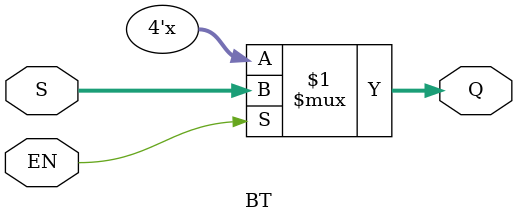
<source format=v>



// Módulo Buffer triestado

module BT(input wire EN,
  input wire [3:0]S, // Entradas
  output wire [3:0]Q); // Salidas

    assign Q = (EN) ? S : 4'bz; // Cuando EN = 0 la salida está en alta impedancia
endmodule

</source>
